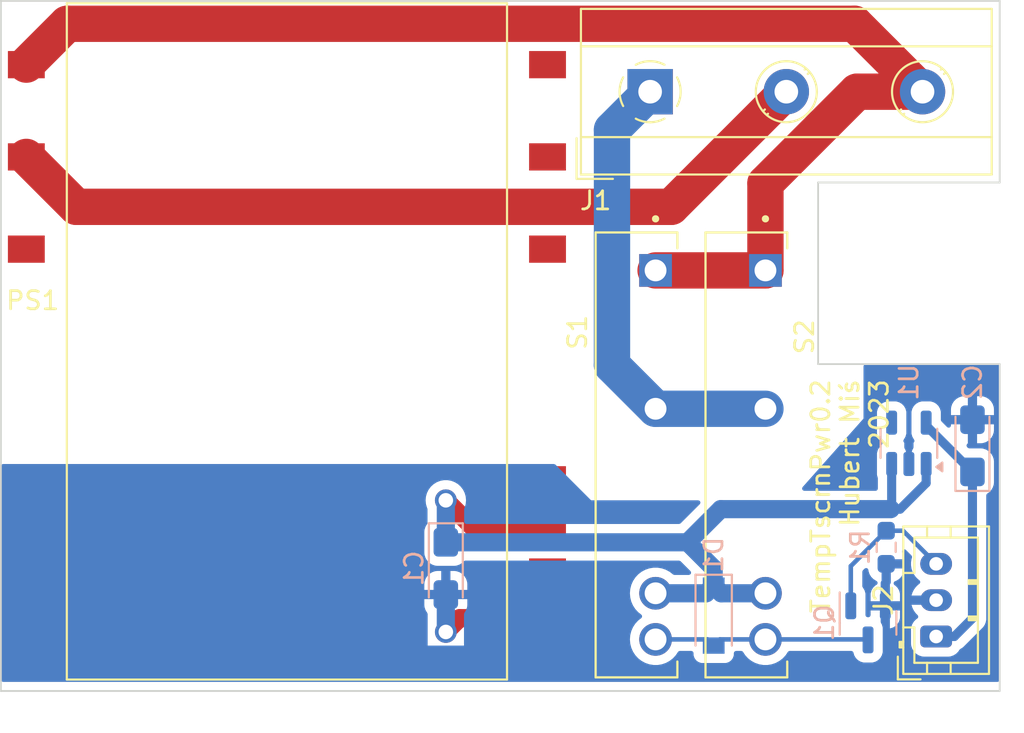
<source format=kicad_pcb>
(kicad_pcb (version 20240108) (generator "pcbnew") (generator_version "8.0")
  (layers (0 "F.Cu" signal) (31 "B.Cu" signal) (34 "B.Paste" user) (35 "F.Paste" user) (36 "B.SilkS" user "B.Silkscreen") (37 "F.SilkS" user "F.Silkscreen") (38 "B.Mask" user) (39 "F.Mask" user) (44 "Edge.Cuts" user))
  (net 0 "")
  (net 1 "VCC")
  (net 2 "GND")
  (net 3 "+3.3V")
  (net 4 "/pwr_out")
  (net 5 "NEUT")
  (net 6 "LINE")
  (net 7 "/pwr_en")
  (net 8 "Net-(D1-A)")
  (footprint "pwr_sply:RELAY_AQG22105" (layer "F.Cu") (at 91.05 95 90)
    (property "Reference" "S2" (at 6.5 3.2 90) (layer "F.SilkS"))
    (property "Value" "AQG22105")
    (fp_line (start 12.25 -2.25) (end -12.25 -2.25) (stroke (width 0.127)) (layer "F.SilkS"))
    (fp_line (start -12.25 -2.25) (end -12.25 2.25) (stroke (width 0.127)) (layer "F.SilkS"))
    (fp_line (start 12.25 2.25) (end 12.25 -2.25) (stroke (width 0.127)) (layer "F.SilkS"))
    (fp_line (start 11.38 2.25) (end 12.25 2.25) (stroke (width 0.127)) (layer "F.SilkS"))
    (fp_line (start -12.25 2.25) (end -11.38 2.25) (stroke (width 0.127)) (layer "F.SilkS"))
    (fp_circle (center 13 1.05) (end 13.1 1.05) (stroke (width 0.2)) (fill none) (layer "F.SilkS"))
    (pad "1" thru_hole rect (at 10.16 1.05 90) (size 1.8 1.8) (drill 1.2) (layers "*.Cu" "*.Mask") (net 6 "LINE"))
    (pad "2" thru_hole circle (at 2.54 1.05 90) (size 1.8 1.8) (drill 1.2) (layers "*.Cu" "*.Mask") (net 4 "/pwr_out"))
    (pad "3" thru_hole circle (at -7.62 1.05 90) (size 1.8 1.8) (drill 1.2) (layers "*.Cu" "*.Mask") (net 1 "VCC"))
    (pad "4" thru_hole circle (at -10.16 1.05 90) (size 1.8 1.8) (drill 1.2) (layers "*.Cu" "*.Mask") (net 8 "Net-(D1-A)"))
  )
  (footprint "pwr_sply:RELAY_AQG22105" (layer "F.Cu") (at 85 95 90)
    (property "Reference" "S1" (at 6.75 -3.25 90) (layer "F.SilkS"))
    (property "Value" "AQG22105")
    (fp_line (start 12.25 -2.25) (end -12.25 -2.25) (stroke (width 0.127)) (layer "F.SilkS"))
    (fp_line (start -12.25 -2.25) (end -12.25 2.25) (stroke (width 0.127)) (layer "F.SilkS"))
    (fp_line (start 12.25 2.25) (end 12.25 -2.25) (stroke (width 0.127)) (layer "F.SilkS"))
    (fp_line (start 11.38 2.25) (end 12.25 2.25) (stroke (width 0.127)) (layer "F.SilkS"))
    (fp_line (start -12.25 2.25) (end -11.38 2.25) (stroke (width 0.127)) (layer "F.SilkS"))
    (fp_circle (center 13 1.05) (end 13.1 1.05) (stroke (width 0.2)) (fill none) (layer "F.SilkS"))
    (pad "1" thru_hole rect (at 10.16 1.05 90) (size 1.8 1.8) (drill 1.2) (layers "*.Cu" "*.Mask") (net 6 "LINE"))
    (pad "2" thru_hole circle (at 2.54 1.05 90) (size 1.8 1.8) (drill 1.2) (layers "*.Cu" "*.Mask") (net 4 "/pwr_out"))
    (pad "3" thru_hole circle (at -7.62 1.05 90) (size 1.8 1.8) (drill 1.2) (layers "*.Cu" "*.Mask") (net 1 "VCC"))
    (pad "4" thru_hole circle (at -10.16 1.05 90) (size 1.8 1.8) (drill 1.2) (layers "*.Cu" "*.Mask") (net 8 "Net-(D1-A)"))
  )
  (footprint "TerminalBlock_MetzConnect:TerminalBlock_MetzConnect_Type171_RT13703HBWC_1x03_P7.50mm_Horizontal" (layer "F.Cu") (at 85.75 75)
    (property "Reference" "J1" (at -3 6 0) (layer "F.SilkS"))
    (property "Value" "Screw_Terminal_01x03")
    (fp_line (start -4.05 2.56) (end -4.05 4.8) (stroke (width 0.12)) (layer "F.SilkS"))
    (fp_line (start -4.05 4.8) (end -2.05 4.8) (stroke (width 0.12)) (layer "F.SilkS"))
    (fp_line (start -3.81 -4.56) (end -3.81 4.56) (stroke (width 0.12)) (layer "F.SilkS"))
    (fp_line (start -3.81 -4.56) (end 18.811 -4.56) (stroke (width 0.12)) (layer "F.SilkS"))
    (fp_line (start -3.81 -2.5) (end 18.811 -2.5) (stroke (width 0.12)) (layer "F.SilkS"))
    (fp_line (start -3.81 2.5) (end 18.811 2.5) (stroke (width 0.12)) (layer "F.SilkS"))
    (fp_line (start -3.81 4.56) (end 18.811 4.56) (stroke (width 0.12)) (layer "F.SilkS"))
    (fp_line (start 6.32 0.976) (end 6.226 1.069) (stroke (width 0.12)) (layer "F.SilkS"))
    (fp_line (start 6.49 1.216) (end 6.431 1.274) (stroke (width 0.12)) (layer "F.SilkS"))
    (fp_line (start 8.57 -1.275) (end 8.511 -1.216) (stroke (width 0.12)) (layer "F.SilkS"))
    (fp_line (start 8.775 -1.069) (end 8.681 -0.976) (stroke (width 0.12)) (layer "F.SilkS"))
    (fp_line (start 13.82 0.976) (end 13.726 1.069) (stroke (width 0.12)) (layer "F.SilkS"))
    (fp_line (start 13.99 1.216) (end 13.931 1.274) (stroke (width 0.12)) (layer "F.SilkS"))
    (fp_line (start 16.07 -1.275) (end 16.011 -1.216) (stroke (width 0.12)) (layer "F.SilkS"))
    (fp_line (start 16.275 -1.069) (end 16.181 -0.976) (stroke (width 0.12)) (layer "F.SilkS"))
    (fp_line (start 18.811 -4.56) (end 18.811 4.56) (stroke (width 0.12)) (layer "F.SilkS"))
    (fp_arc (start -1.483953 0.789089) (mid -1.680708 0.00005) (end -1.484 -0.789) (stroke (width 0.12)) (layer "F.SilkS"))
    (fp_arc (start -0.789089 -1.483953) (mid -0.00005 -1.680708) (end 0.789 -1.484) (stroke (width 0.12)) (layer "F.SilkS"))
    (fp_arc (start 0.029383 1.68045) (mid -0.392304 1.634281) (end -0.789 1.484) (stroke (width 0.12)) (layer "F.SilkS"))
    (fp_arc (start 0.788712 1.483352) (mid 0.406429 1.630097) (end 0 1.68) (stroke (width 0.12)) (layer "F.SilkS"))
    (fp_arc (start 1.483953 -0.789089) (mid 1.680708 -0.00005) (end 1.484 0.789) (stroke (width 0.12)) (layer "F.SilkS"))
    (fp_circle (center 7.5 0) (end 9.18 0) (stroke (width 0.12)) (fill none) (layer "F.SilkS"))
    (fp_circle (center 15 0) (end 16.68 0) (stroke (width 0.12)) (fill none) (layer "F.SilkS"))
    (pad "1" thru_hole rect (at 0 0) (size 2.5 2.5) (drill 1.3) (layers "*.Cu" "*.Mask") (net 4 "/pwr_out"))
    (pad "2" thru_hole circle (at 7.5 0) (size 2.5 2.5) (drill 1.3) (layers "*.Cu" "*.Mask") (net 5 "NEUT"))
    (pad "3" thru_hole circle (at 15 0) (size 2.5 2.5) (drill 1.3) (layers "*.Cu" "*.Mask") (net 6 "LINE"))
  )
  (footprint "Connector_JST:JST_PH_B3B-PH-K_1x03_P2.00mm_Vertical" (layer "F.Cu") (at 101.5 105 90)
    (property "Reference" "J2" (at 2 -2.9 90) (layer "F.SilkS"))
    (property "Value" "Conn_01x03_Male")
    (fp_line (start -1.11 -2.11) (end -2.36 -2.11) (stroke (width 0.12)) (layer "F.SilkS"))
    (fp_line (start -2.36 -2.11) (end -2.36 -0.86) (stroke (width 0.12)) (layer "F.SilkS"))
    (fp_line (start -0.3 -2.01) (end -0.6 -2.01) (stroke (width 0.12)) (layer "F.SilkS"))
    (fp_line (start -0.6 -2.01) (end -0.6 -1.81) (stroke (width 0.12)) (layer "F.SilkS"))
    (fp_line (start -0.3 -1.91) (end -0.6 -1.91) (stroke (width 0.12)) (layer "F.SilkS"))
    (fp_line (start 6.06 -1.81) (end -2.06 -1.81) (stroke (width 0.12)) (layer "F.SilkS"))
    (fp_line (start 0.5 -1.81) (end 0.5 -1.2) (stroke (width 0.12)) (layer "F.SilkS"))
    (fp_line (start -0.3 -1.81) (end -0.3 -2.01) (stroke (width 0.12)) (layer "F.SilkS"))
    (fp_line (start -2.06 -1.81) (end -2.06 2.91) (stroke (width 0.12)) (layer "F.SilkS"))
    (fp_line (start 5.45 -1.2) (end 3.5 -1.2) (stroke (width 0.12)) (layer "F.SilkS"))
    (fp_line (start 3.5 -1.2) (end 3.5 -1.81) (stroke (width 0.12)) (layer "F.SilkS"))
    (fp_line (start 0.5 -1.2) (end -1.45 -1.2) (stroke (width 0.12)) (layer "F.SilkS"))
    (fp_line (start -1.45 -1.2) (end -1.45 2.3) (stroke (width 0.12)) (layer "F.SilkS"))
    (fp_line (start 6.06 -0.5) (end 5.45 -0.5) (stroke (width 0.12)) (layer "F.SilkS"))
    (fp_line (start -2.06 -0.5) (end -1.45 -0.5) (stroke (width 0.12)) (layer "F.SilkS"))
    (fp_line (start 6.06 0.8) (end 5.45 0.8) (stroke (width 0.12)) (layer "F.SilkS"))
    (fp_line (start -2.06 0.8) (end -1.45 0.8) (stroke (width 0.12)) (layer "F.SilkS"))
    (fp_line (start 3.1 1.8) (end 3.1 2.3) (stroke (width 0.12)) (layer "F.SilkS"))
    (fp_line (start 2.9 1.8) (end 3.1 1.8) (stroke (width 0.12)) (layer "F.SilkS"))
    (fp_line (start 1.1 1.8) (end 1.1 2.3) (stroke (width 0.12)) (layer "F.SilkS"))
    (fp_line (start 0.9 1.8) (end 1.1 1.8) (stroke (width 0.12)) (layer "F.SilkS"))
    (fp_line (start 5.45 2.3) (end 5.45 -1.2) (stroke (width 0.12)) (layer "F.SilkS"))
    (fp_line (start 3 2.3) (end 3 1.8) (stroke (width 0.12)) (layer "F.SilkS"))
    (fp_line (start 2.9 2.3) (end 2.9 1.8) (stroke (width 0.12)) (layer "F.SilkS"))
    (fp_line (start 1 2.3) (end 1 1.8) (stroke (width 0.12)) (layer "F.SilkS"))
    (fp_line (start 0.9 2.3) (end 0.9 1.8) (stroke (width 0.12)) (layer "F.SilkS"))
    (fp_line (start -1.45 2.3) (end 5.45 2.3) (stroke (width 0.12)) (layer "F.SilkS"))
    (fp_line (start 6.06 2.91) (end 6.06 -1.81) (stroke (width 0.12)) (layer "F.SilkS"))
    (fp_line (start -2.06 2.91) (end 6.06 2.91) (stroke (width 0.12)) (layer "F.SilkS"))
    (pad "1" thru_hole roundrect (at 0 0 90) (size 1.2 1.75) (drill 0.75) (layers "*.Cu" "*.Mask") (roundrect_rratio 0.2083333333) (net 3 "+3.3V"))
    (pad "2" thru_hole oval (at 2 0 90) (size 1.2 1.75) (drill 0.75) (layers "*.Cu" "*.Mask") (net 2 "GND"))
    (pad "3" thru_hole oval (at 4 0 90) (size 1.2 1.75) (drill 0.75) (layers "*.Cu" "*.Mask") (net 7 "/pwr_en"))
  )
  (footprint "Converter_ACDC:Converter_ACDC_MeanWell_IRM-03-xx_SMD" (layer "F.Cu") (at 65.75 88.75)
    (property "Reference" "PS1" (at -14 -2.25 0) (layer "F.SilkS"))
    (property "Value" "IRM-03-5S")
    (fp_line (start -12.12 -18.62) (end 12.12 -18.62) (stroke (width 0.12)) (layer "F.SilkS"))
    (fp_line (start -12.12 18.62) (end -12.12 -18.62) (stroke (width 0.12)) (layer "F.SilkS"))
    (fp_line (start 12.12 -18.62) (end 12.12 18.62) (stroke (width 0.12)) (layer "F.SilkS"))
    (fp_line (start 12.12 18.62) (end -12.12 18.62) (stroke (width 0.12)) (layer "F.SilkS"))
    (pad "1" smd rect (at -14.35 -15.24 270) (size 1.5 2.03) (layers "F.Cu" "F.Paste" "F.Mask") (net 6 "LINE"))
    (pad "3" smd rect (at -14.35 -10.16 270) (size 1.5 2.03) (layers "F.Cu" "F.Paste" "F.Mask") (net 5 "NEUT"))
    (pad "5" smd rect (at -14.35 -5.08 270) (size 1.5 2.03) (layers "F.Cu" "F.Paste" "F.Mask"))
    (pad "10" smd rect (at -14.35 7.62 270) (size 1.5 2.03) (layers "F.Cu" "F.Paste" "F.Mask"))
    (pad "11" smd rect (at -14.35 10.16 270) (size 1.5 2.03) (layers "F.Cu" "F.Paste" "F.Mask"))
    (pad "12" smd rect (at -14.35 12.7 270) (size 1.5 2.03) (layers "F.Cu" "F.Paste" "F.Mask"))
    (pad "13" smd rect (at -14.35 15.24 270) (size 1.5 2.03) (layers "F.Cu" "F.Paste" "F.Mask"))
    (pad "14" smd rect (at 14.35 15.24 270) (size 1.5 2.03) (layers "F.Cu" "F.Paste" "F.Mask") (net 2 "GND"))
    (pad "15" smd rect (at 14.35 12.7 270) (size 1.5 2.03) (layers "F.Cu" "F.Paste" "F.Mask"))
    (pad "16" smd rect (at 14.35 10.16 270) (size 1.5 2.03) (layers "F.Cu" "F.Paste" "F.Mask") (net 1 "VCC"))
    (pad "17" smd rect (at 14.35 7.62 270) (size 1.5 2.03) (layers "F.Cu" "F.Paste" "F.Mask"))
    (pad "22" smd rect (at 14.35 -5.08 270) (size 1.5 2.03) (layers "F.Cu" "F.Paste" "F.Mask"))
    (pad "24" smd rect (at 14.35 -10.16 270) (size 1.5 2.03) (layers "F.Cu" "F.Paste" "F.Mask"))
    (pad "26" smd rect (at 14.35 -15.24 270) (size 1.5 2.03) (layers "F.Cu" "F.Paste" "F.Mask"))
  )
  (footprint "Diode_SMD:D_SOD-123" (layer "B.Cu") (at 89.25 103.85 -90)
    (property "Reference" "D1" (at -3.35 0 90) (layer "B.SilkS") (effects (justify mirror)))
    (property "Value" "D")
    (fp_line (start -2.25 1) (end 1.65 1) (stroke (width 0.12)) (layer "B.SilkS"))
    (fp_line (start -2.25 1) (end -2.25 -1) (stroke (width 0.12)) (layer "B.SilkS"))
    (fp_line (start -2.25 -1) (end 1.65 -1) (stroke (width 0.12)) (layer "B.SilkS"))
    (pad "1" smd rect (at -1.65 0 270) (size 0.9 1.2) (layers "B.Cu" "B.Paste" "B.Mask") (net 1 "VCC"))
    (pad "2" smd rect (at 1.65 0 270) (size 0.9 1.2) (layers "B.Cu" "B.Paste" "B.Mask") (net 8 "Net-(D1-A)"))
  )
  (footprint "Capacitor_Tantalum_SMD:CP_EIA-3216-18_Kemet-A_Pad1.58x1.35mm_HandSolder" (layer "B.Cu") (at 103.5 94.5 90)
    (property "Reference" "C2" (at 3.5 0 90) (layer "B.SilkS") (effects (justify mirror)))
    (property "Value" "C_Polarized")
    (fp_line (start 1.6 -0.935) (end -2.485 -0.935) (stroke (width 0.12)) (layer "B.SilkS"))
    (fp_line (start -2.485 -0.935) (end -2.485 0.935) (stroke (width 0.12)) (layer "B.SilkS"))
    (fp_line (start -2.485 0.935) (end 1.6 0.935) (stroke (width 0.12)) (layer "B.SilkS"))
    (pad "1" smd roundrect (at -1.4375 0 90) (size 1.575 1.35) (layers "B.Cu" "B.Paste" "B.Mask") (roundrect_rratio 0.185185) (net 3 "+3.3V"))
    (pad "2" smd roundrect (at 1.4375 0 90) (size 1.575 1.35) (layers "B.Cu" "B.Paste" "B.Mask") (roundrect_rratio 0.185185) (net 2 "GND"))
  )
  (footprint "Package_TO_SOT_SMD:SOT-23" (layer "B.Cu") (at 97.75 104.25 -90)
    (property "Reference" "Q1" (at 0 2.4 90) (layer "B.SilkS") (effects (justify mirror)))
    (property "Value" "Q_PMOS_GSD")
    (fp_line (start 0 1.56) (end -1.675 1.56) (stroke (width 0.12)) (layer "B.SilkS"))
    (fp_line (start 0 1.56) (end 0.65 1.56) (stroke (width 0.12)) (layer "B.SilkS"))
    (fp_line (start 0 -1.56) (end -0.65 -1.56) (stroke (width 0.12)) (layer "B.SilkS"))
    (fp_line (start 0 -1.56) (end 0.65 -1.56) (stroke (width 0.12)) (layer "B.SilkS"))
    (pad "1" smd roundrect (at -0.9375 0.95 270) (size 1.475 0.6) (layers "B.Cu" "B.Paste" "B.Mask") (net 7 "/pwr_en"))
    (pad "2" smd roundrect (at -0.9375 -0.95 270) (size 1.475 0.6) (layers "B.Cu" "B.Paste" "B.Mask") (net 2 "GND"))
    (pad "3" smd roundrect (at 0.9375 0 270) (size 1.475 0.6) (layers "B.Cu" "B.Paste" "B.Mask") (net 8 "Net-(D1-A)"))
  )
  (footprint "Resistor_SMD:R_0603_1608Metric_Pad0.98x0.95mm_HandSolder" (layer "B.Cu") (at 98.75 100.0875 -90)
    (property "Reference" "R1" (at 0 1.43 90) (layer "B.SilkS") (effects (justify mirror)))
    (property "Value" "R")
    (fp_line (start -0.254724 0.5225) (end 0.254724 0.5225) (stroke (width 0.12)) (layer "B.SilkS"))
    (fp_line (start -0.254724 -0.5225) (end 0.254724 -0.5225) (stroke (width 0.12)) (layer "B.SilkS"))
    (pad "1" smd roundrect (at -0.9125 0 270) (size 0.975 0.95) (layers "B.Cu" "B.Paste" "B.Mask") (net 7 "/pwr_en"))
    (pad "2" smd roundrect (at 0.9125 0 270) (size 0.975 0.95) (layers "B.Cu" "B.Paste" "B.Mask") (net 2 "GND"))
  )
  (footprint "Package_TO_SOT_SMD:SOT-23-5" (layer "B.Cu") (at 100 94.3625 90)
    (property "Reference" "U1" (at 3.3625 0 90) (layer "B.SilkS") (effects (justify mirror)))
    (property "Value" "TLV75533PDBV")
    (fp_line (start 0.8 -1.56) (end 0 -1.56) (stroke (width 0.12)) (layer "B.SilkS"))
    (fp_line (start -0.8 -1.56) (end 0 -1.56) (stroke (width 0.12)) (layer "B.SilkS"))
    (fp_line (start 0.8 1.56) (end 0 1.56) (stroke (width 0.12)) (layer "B.SilkS"))
    (fp_line (start -0.8 1.56) (end 0 1.56) (stroke (width 0.12)) (layer "B.SilkS"))
    (fp_poly (pts (xy -1.3 1.51) (xy -1.54 1.84) (xy -1.06 1.84) (xy -1.3 1.51)) (stroke (width 0.12)) (fill solid) (layer "B.SilkS"))
    (pad "1" smd roundrect (at -1.1375 0.95 90) (size 1.325 0.6) (layers "B.Cu" "B.Paste" "B.Mask") (net 1 "VCC"))
    (pad "2" smd roundrect (at -1.1375 0 90) (size 1.325 0.6) (layers "B.Cu" "B.Paste" "B.Mask") (net 2 "GND"))
    (pad "3" smd roundrect (at -1.1375 -0.95 90) (size 1.325 0.6) (layers "B.Cu" "B.Paste" "B.Mask") (net 1 "VCC"))
    (pad "4" smd roundrect (at 1.1375 -0.95 90) (size 1.325 0.6) (layers "B.Cu" "B.Paste" "B.Mask"))
    (pad "5" smd roundrect (at 1.1375 0.95 90) (size 1.325 0.6) (layers "B.Cu" "B.Paste" "B.Mask") (net 3 "+3.3V"))
  )
  (footprint "Capacitor_Tantalum_SMD:CP_EIA-3216-18_Kemet-A_Pad1.58x1.35mm_HandSolder" (layer "B.Cu") (at 74.5 101.25 -90)
    (property "Reference" "C1" (at 0 1.75 90) (layer "B.SilkS") (effects (justify mirror)))
    (property "Value" "C_Polarized")
    (fp_line (start -2.485 0.935) (end -2.485 -0.935) (stroke (width 0.12)) (layer "B.SilkS"))
    (fp_line (start 1.6 0.935) (end -2.485 0.935) (stroke (width 0.12)) (layer "B.SilkS"))
    (fp_line (start -2.485 -0.935) (end 1.6 -0.935) (stroke (width 0.12)) (layer "B.SilkS"))
    (pad "1" smd roundrect (at -1.4375 0 270) (size 1.575 1.35) (layers "B.Cu" "B.Paste" "B.Mask") (roundrect_rratio 0.1851851852) (net 1 "VCC"))
    (pad "2" smd roundrect (at 1.4375 0 270) (size 1.575 1.35) (layers "B.Cu" "B.Paste" "B.Mask") (roundrect_rratio 0.1851851852) (net 2 "GND"))
  )
  (gr_line (start 105 80) (end 95 80) (stroke (width 0.1)) (layer "Edge.Cuts"))
  (gr_line (start 95 90) (end 105 90) (stroke (width 0.1)) (layer "Edge.Cuts"))
  (gr_line (start 50 70) (end 105 70) (stroke (width 0.1)) (layer "Edge.Cuts"))
  (gr_line (start 50 108) (end 105 108) (stroke (width 0.1)) (layer "Edge.Cuts"))
  (gr_line (start 95 80) (end 95 90) (stroke (width 0.1)) (layer "Edge.Cuts"))
  (gr_line (start 50 70) (end 50 108) (stroke (width 0.1)) (layer "Edge.Cuts"))
  (gr_line (start 105 70) (end 105 80) (stroke (width 0.1)) (layer "Edge.Cuts"))
  (gr_line (start 105 90) (end 105 108) (stroke (width 0.1)) (layer "Edge.Cuts"))
  (gr_text "TempTscrnPwr0.2\nHubert Miś\n2023" (at 96.75 90.75 90) (layer "F.SilkS") (effects (font (size 1 1)) (justify right)))
  (segment (start 80.1 98.91) (end 75.91 98.91) (width 1) (layer "F.Cu") (net 1))
  (segment (start 75.91 98.91) (end 74.5 97.5) (width 1) (layer "F.Cu") (net 1))
  (via (at 74.5 97.5) (size 1.2) (drill 0.8) (layers "F.Cu" "B.Cu") (net 1))
  (segment (start 86.05 102.62) (end 88.83 102.62) (width 1) (layer "B.Cu") (net 1))
  (segment (start 89.67 102.62) (end 89.25 102.2) (width 1) (layer "B.Cu") (net 1))
  (segment (start 89.6375 97.9875) (end 87.8125 99.8125) (width 1) (layer "B.Cu") (net 1))
  (segment (start 99.5125 97.9875) (end 99 97.9875) (width 0.5) (layer "B.Cu") (net 1))
  (segment (start 74.5 99.8125) (end 87.8125 99.8125) (width 1) (layer "B.Cu") (net 1))
  (segment (start 100.95 96.55) (end 99.5125 97.9875) (width 0.5) (layer "B.Cu") (net 1))
  (segment (start 89.25 101.25) (end 89.25 102.2) (width 1) (layer "B.Cu") (net 1))
  (segment (start 99.05 95.5) (end 99.05 97.9375) (width 0.5) (layer "B.Cu") (net 1))
  (segment (start 92.1 102.62) (end 89.67 102.62) (width 1) (layer "B.Cu") (net 1))
  (segment (start 99 97.9875) (end 89.6375 97.9875) (width 1) (layer "B.Cu") (net 1))
  (segment (start 88.83 102.62) (end 89.25 102.2) (width 1) (layer "B.Cu") (net 1))
  (segment (start 99.05 97.9375) (end 99 97.9875) (width 0.5) (layer "B.Cu") (net 1))
  (segment (start 100.95 95.5) (end 100.95 96.55) (width 0.5) (layer "B.Cu") (net 1))
  (segment (start 87.8125 99.8125) (end 89.25 101.25) (width 1) (layer "B.Cu") (net 1))
  (segment (start 74.5 99.8125) (end 74.5 97.5) (width 1) (layer "B.Cu") (net 1))
  (segment (start 80.1 103.99) (end 75.26 103.99) (width 1) (layer "F.Cu") (net 2))
  (segment (start 75.26 103.99) (end 74.5 104.75) (width 1) (layer "F.Cu") (net 2))
  (via (at 74.5 104.75) (size 1.2) (drill 0.8) (layers "F.Cu" "B.Cu") (net 2))
  (segment (start 74.5 104.75) (end 74.5 102.6875) (width 1) (layer "B.Cu") (net 2))
  (segment (start 103.5 104) (end 103.5 95.9375) (width 0.5) (layer "B.Cu") (net 3))
  (segment (start 102.5 105) (end 101.5 105) (width 0.5) (layer "B.Cu") (net 3))
  (segment (start 100.95 93.3875) (end 103.5 95.9375) (width 0.5) (layer "B.Cu") (net 3))
  (segment (start 103.5 104) (end 102.5 105) (width 0.5) (layer "B.Cu") (net 3))
  (segment (start 100.95 93.225) (end 100.95 93.3875) (width 0.5) (layer "B.Cu") (net 3))
  (segment (start 83.65 77.1) (end 83.65 90.06) (width 2) (layer "B.Cu") (net 4))
  (segment (start 83.65 90.06) (end 86.05 92.46) (width 2) (layer "B.Cu") (net 4))
  (segment (start 85.75 75) (end 83.65 77.1) (width 2) (layer "B.Cu") (net 4))
  (segment (start 86.05 92.46) (end 92.1 92.46) (width 2) (layer "B.Cu") (net 4))
  (segment (start 51.4 78.59) (end 54.15 81.34) (width 2) (layer "F.Cu") (net 5))
  (segment (start 54.15 81.34) (end 86.91 81.34) (width 2) (layer "F.Cu") (net 5))
  (segment (start 86.91 81.34) (end 93.25 75) (width 2) (layer "F.Cu") (net 5))
  (segment (start 86.05 84.84) (end 92.1 84.84) (width 2) (layer "F.Cu") (net 6))
  (segment (start 97.01 71.26) (end 100.75 75) (width 2) (layer "F.Cu") (net 6))
  (segment (start 92.1 80.039088) (end 92.1 84.84) (width 2) (layer "F.Cu") (net 6))
  (segment (start 51.4 73.51) (end 53.65 71.26) (width 2) (layer "F.Cu") (net 6))
  (segment (start 97.139088 75) (end 92.1 80.039088) (width 2) (layer "F.Cu") (net 6))
  (segment (start 53.65 71.26) (end 97.01 71.26) (width 2) (layer "F.Cu") (net 6))
  (segment (start 100.75 75) (end 97.139088 75) (width 2) (layer "F.Cu") (net 6))
  (segment (start 96.8 101.125) (end 96.8 103.3125) (width 0.25) (layer "B.Cu") (net 7))
  (segment (start 98.75 99.175) (end 96.8 101.125) (width 0.25) (layer "B.Cu") (net 7))
  (segment (start 101.5 101) (end 99.675 99.175) (width 0.25) (layer "B.Cu") (net 7))
  (segment (start 99.675 99.175) (end 98.75 99.175) (width 0.25) (layer "B.Cu") (net 7))
  (segment (start 97.7225 105.16) (end 92.1 105.16) (width 0.25) (layer "B.Cu") (net 8))
  (segment (start 92.1 105.16) (end 89.59 105.16) (width 0.25) (layer "B.Cu") (net 8))
  (segment (start 88.91 105.16) (end 89.25 105.5) (width 0.25) (layer "B.Cu") (net 8))
  (segment (start 97.75 105.1875) (end 97.7225 105.16) (width 0.25) (layer "B.Cu") (net 8))
  (segment (start 89.59 105.16) (end 89.25 105.5) (width 0.25) (layer "B.Cu") (net 8))
  (segment (start 86.05 105.16) (end 88.91 105.16) (width 0.25) (layer "B.Cu") (net 8))
  (zone (net 2) (net_name "GND") (layer "B.Cu") (connect_pads (clearance 0.508)) (min_thickness 0.254) (fill yes (thermal_gap 0.508) (thermal_bridge_width 0.508))
    (polygon (pts (xy 82.5 97.5) (xy 93.5 97.5) (xy 97.5 93) (xy 97.5 90) (xy 105 90) (xy 105 107.5) (xy 50 107.5) (xy 50 95.5) (xy 80.5 95.5)))
  )
  (zone (net 0) (net_name "") (layer "B.Cu") (connect_pads (clearance 0)) (min_thickness 0.254)
    (keepout (tracks allowed) (vias allowed) (pads allowed) (copperpour not_allowed) (footprints allowed))
    (fill (thermal_gap 0.508) (thermal_bridge_width 0.508))
    (polygon (pts (xy 75.5 105.5) (xy 73.5 105.5) (xy 73.5 103.75) (xy 75.5 103.75)))
  )
)
</source>
